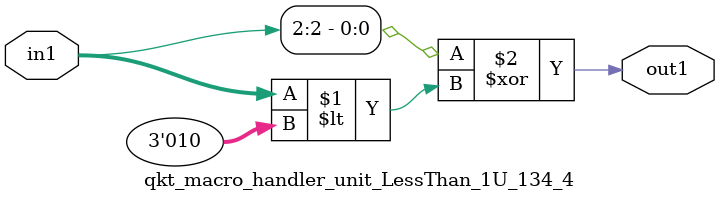
<source format=v>

`timescale 1ps / 1ps


module qkt_macro_handler_unit_LessThan_1U_134_4( in1, out1 );

    input [2:0] in1;
    output out1;

    
    // rtl_process:qkt_macro_handler_unit_LessThan_1U_134_4/qkt_macro_handler_unit_LessThan_1U_134_4_thread_1
    assign out1 = (in1[2] ^ in1 < 3'd2);

endmodule


</source>
